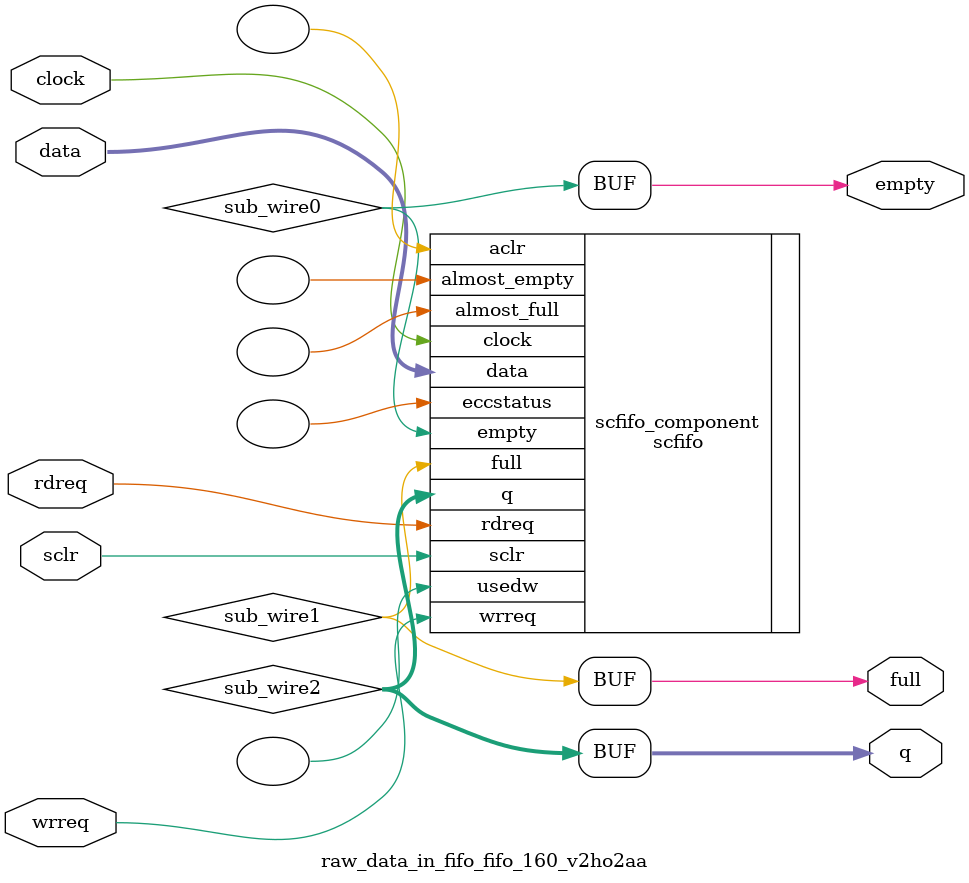
<source format=v>



`timescale 1 ps / 1 ps
// synopsys translate_on
module  raw_data_in_fifo_fifo_160_v2ho2aa  (
    clock,
    data,
    rdreq,
    sclr,
    wrreq,
    empty,
    full,
    q);

    input    clock;
    input  [31:0]  data;
    input    rdreq;
    input    sclr;
    input    wrreq;
    output   empty;
    output   full;
    output [31:0]  q;

    wire  sub_wire0;
    wire  sub_wire1;
    wire [31:0] sub_wire2;
    wire  empty = sub_wire0;
    wire  full = sub_wire1;
    wire [31:0] q = sub_wire2[31:0];

    scfifo  scfifo_component (
                .clock (clock),
                .data (data),
                .rdreq (rdreq),
                .sclr (sclr),
                .wrreq (wrreq),
                .empty (sub_wire0),
                .full (sub_wire1),
                .q (sub_wire2),
                .aclr (),
                .almost_empty (),
                .almost_full (),
                .eccstatus (),
                .usedw ());
    defparam
        scfifo_component.add_ram_output_register  = "ON",
        scfifo_component.enable_ecc  = "FALSE",
        scfifo_component.intended_device_family  = "Arria 10",
        scfifo_component.lpm_numwords  = 1024,
        scfifo_component.lpm_showahead  = "OFF",
        scfifo_component.lpm_type  = "scfifo",
        scfifo_component.lpm_width  = 32,
        scfifo_component.lpm_widthu  = 10,
        scfifo_component.overflow_checking  = "ON",
        scfifo_component.underflow_checking  = "ON",
        scfifo_component.use_eab  = "ON";


endmodule



</source>
